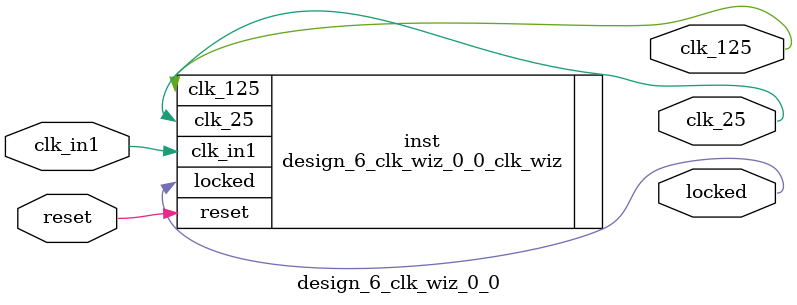
<source format=v>


`timescale 1ps/1ps

(* CORE_GENERATION_INFO = "design_6_clk_wiz_0_0,clk_wiz_v6_0_15_0_0,{component_name=design_6_clk_wiz_0_0,use_phase_alignment=true,use_min_o_jitter=false,use_max_i_jitter=false,use_dyn_phase_shift=false,use_inclk_switchover=false,use_dyn_reconfig=false,enable_axi=0,feedback_source=FDBK_AUTO,PRIMITIVE=MMCM,num_out_clk=2,clkin1_period=10.000,clkin2_period=10.000,use_power_down=false,use_reset=true,use_locked=true,use_inclk_stopped=false,feedback_type=SINGLE,CLOCK_MGR_TYPE=NA,manual_override=false}" *)

module design_6_clk_wiz_0_0 
 (
  // Clock out ports
  output        clk_25,
  output        clk_125,
  // Status and control signals
  input         reset,
  output        locked,
 // Clock in ports
  input         clk_in1
 );

  design_6_clk_wiz_0_0_clk_wiz inst
  (
  // Clock out ports  
  .clk_25(clk_25),
  .clk_125(clk_125),
  // Status and control signals               
  .reset(reset), 
  .locked(locked),
 // Clock in ports
  .clk_in1(clk_in1)
  );

endmodule

</source>
